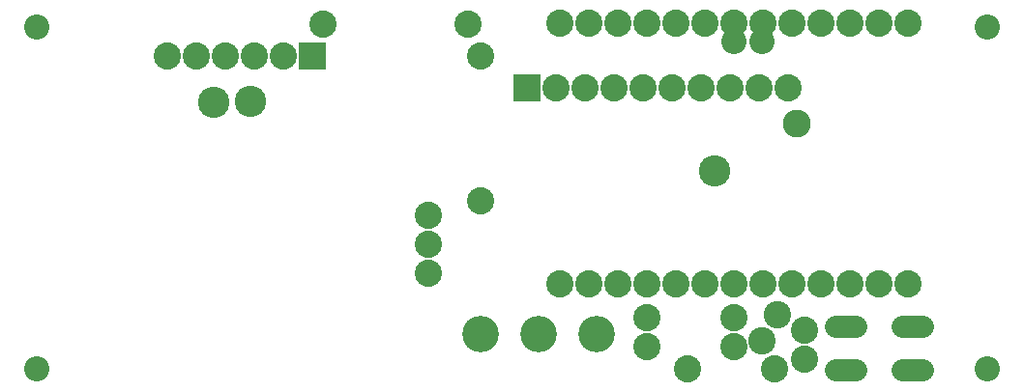
<source format=gbr>
G04 EAGLE Gerber RS-274X export*
G75*
%MOMM*%
%FSLAX34Y34*%
%LPD*%
%INSoldermask Bottom*%
%IPPOS*%
%AMOC8*
5,1,8,0,0,1.08239X$1,22.5*%
G01*
%ADD10C,2.203200*%
%ADD11C,3.203200*%
%ADD12C,2.387600*%
%ADD13R,2.387600X2.387600*%
%ADD14C,1.981200*%
%ADD15C,2.743200*%
%ADD16C,2.438400*%
%ADD17C,2.403200*%


D10*
X416700Y149800D03*
X-415000Y150000D03*
X-415000Y-150000D03*
X416700Y-150200D03*
D11*
X75200Y-119500D03*
X24400Y-119500D03*
X-26400Y-119500D03*
D12*
X-26500Y124500D03*
X-26500Y-2650D03*
X-37400Y152500D03*
X-164550Y152500D03*
X42900Y-75000D03*
X68300Y-75000D03*
X93700Y-75000D03*
X119100Y-75000D03*
X144500Y-75000D03*
X169900Y-75000D03*
X195300Y-75000D03*
X220700Y-75000D03*
X246100Y-75000D03*
X271500Y-75000D03*
X296900Y-75000D03*
X322300Y-75000D03*
X347700Y-75000D03*
X42900Y153600D03*
X68300Y153600D03*
X93700Y153600D03*
X119100Y153600D03*
X144500Y153600D03*
X169900Y153600D03*
X195300Y153600D03*
X220700Y153600D03*
X246100Y153600D03*
X271500Y153600D03*
X296900Y153600D03*
X322300Y153600D03*
X347700Y153600D03*
X-72000Y-15400D03*
X-72000Y-40800D03*
X-72000Y-66200D03*
D13*
X-173600Y124300D03*
D12*
X-199000Y124300D03*
X-224400Y124300D03*
X-249800Y124300D03*
X-275200Y124300D03*
X-300600Y124300D03*
X141100Y96875D03*
X166500Y96875D03*
X191900Y96875D03*
X217300Y96875D03*
X242700Y96875D03*
X115700Y96875D03*
X90300Y96875D03*
X64900Y96875D03*
X39500Y96875D03*
D13*
X14100Y96875D03*
D14*
X283900Y-112950D02*
X301680Y-112950D01*
X301680Y-151050D02*
X283900Y-151050D01*
X342320Y-112950D02*
X360100Y-112950D01*
X360100Y-151050D02*
X342320Y-151050D01*
D12*
X195100Y-130300D03*
X118900Y-130300D03*
X195100Y-105000D03*
X118900Y-105000D03*
X257000Y-141700D03*
X257000Y-116300D03*
X154900Y-150000D03*
X231100Y-150000D03*
D15*
X-228000Y85000D03*
D10*
X195600Y137500D03*
D15*
X-260000Y84000D03*
D10*
X220000Y137000D03*
D15*
X178000Y24000D03*
D16*
X250000Y65000D03*
D17*
X220000Y-125000D03*
X233000Y-102000D03*
M02*

</source>
